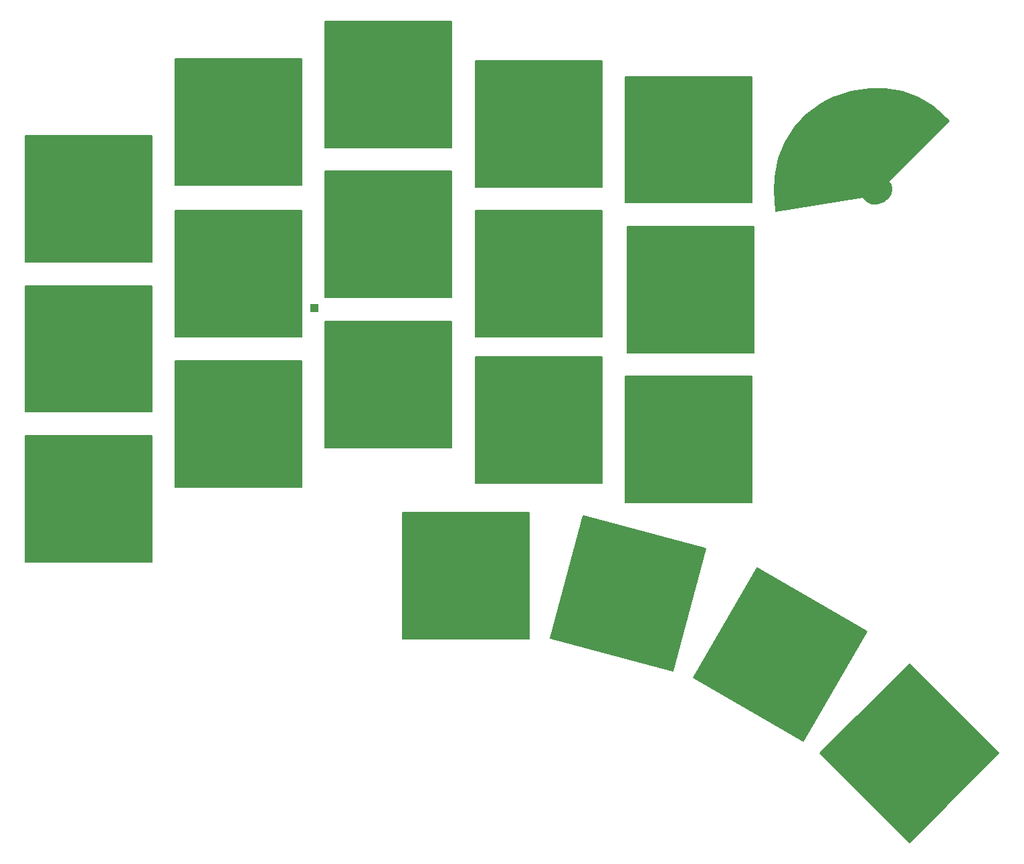
<source format=gbr>
%TF.GenerationSoftware,KiCad,Pcbnew,(5.99.0-10697-g71f40bd67c)*%
%TF.CreationDate,2021-06-16T08:39:25+02:00*%
%TF.ProjectId,switchplate,73776974-6368-4706-9c61-74652e6b6963,rev?*%
%TF.SameCoordinates,Original*%
%TF.FileFunction,Copper,L1,Top*%
%TF.FilePolarity,Positive*%
%FSLAX46Y46*%
G04 Gerber Fmt 4.6, Leading zero omitted, Abs format (unit mm)*
G04 Created by KiCad (PCBNEW (5.99.0-10697-g71f40bd67c)) date 2021-06-16 08:39:25*
%MOMM*%
%LPD*%
G01*
G04 APERTURE LIST*
%TA.AperFunction,NonConductor*%
%ADD10C,0.200000*%
%TD*%
%TA.AperFunction,SMDPad,CuDef*%
%ADD11R,1.000000X1.000000*%
%TD*%
G04 APERTURE END LIST*
D10*
X194928930Y-148071068D02*
X183615225Y-136757357D01*
X183615225Y-136757357D02*
X194928932Y-125443648D01*
X194928932Y-125443648D02*
X206242642Y-136757357D01*
X206242642Y-136757357D02*
X194928930Y-148071068D01*
G36*
X206242642Y-136757357D02*
G01*
X194928930Y-148071068D01*
X183615225Y-136757357D01*
X194928932Y-125443648D01*
X206242642Y-136757357D01*
G37*
X206242642Y-136757357D02*
X194928930Y-148071068D01*
X183615225Y-136757357D01*
X194928932Y-125443648D01*
X206242642Y-136757357D01*
X156000000Y-102500000D02*
X140000000Y-102500000D01*
X140000000Y-102500000D02*
X140000000Y-86500000D01*
X140000000Y-86500000D02*
X156000000Y-86500000D01*
X156000000Y-86500000D02*
X156000000Y-102500000D01*
G36*
X156000000Y-102500000D02*
G01*
X140000000Y-102500000D01*
X140000000Y-86500000D01*
X156000000Y-86500000D01*
X156000000Y-102500000D01*
G37*
X156000000Y-102500000D02*
X140000000Y-102500000D01*
X140000000Y-86500000D01*
X156000000Y-86500000D01*
X156000000Y-102500000D01*
X194053611Y-52944967D02*
X196053611Y-53644967D01*
X196053611Y-53644967D02*
X197953611Y-54744967D01*
X197953611Y-54744967D02*
X199953611Y-56644967D01*
X199953611Y-56644967D02*
X192253611Y-64344967D01*
X192253611Y-64344967D02*
X192553611Y-64644967D01*
X192553611Y-64644967D02*
X192653611Y-65244967D01*
X192653611Y-65244967D02*
X192553611Y-65844967D01*
X192553611Y-65844967D02*
X192253611Y-66344967D01*
X192253611Y-66344967D02*
X191653611Y-66844967D01*
X191653611Y-66844967D02*
X190853611Y-67144967D01*
X190853611Y-67144967D02*
X190153611Y-67144967D01*
X190153611Y-67144967D02*
X189653611Y-66844967D01*
X189653611Y-66844967D02*
X189053611Y-66244967D01*
X189053611Y-66244967D02*
X178053611Y-68044967D01*
X178053611Y-68044967D02*
X177853611Y-65444967D01*
X177853611Y-65444967D02*
X177953611Y-63744967D01*
X177953611Y-63744967D02*
X178353611Y-61344967D01*
X178353611Y-61344967D02*
X179253611Y-59344967D01*
X179253611Y-59344967D02*
X180453611Y-57344967D01*
X180453611Y-57344967D02*
X181853611Y-55844967D01*
X181853611Y-55844967D02*
X183753611Y-54444967D01*
X183753611Y-54444967D02*
X185253611Y-53644967D01*
X185253611Y-53644967D02*
X187553611Y-52944967D01*
X187553611Y-52944967D02*
X189853611Y-52544967D01*
X189853611Y-52544967D02*
X191953611Y-52544967D01*
X191953611Y-52544967D02*
X194053611Y-52944967D01*
G36*
X194053611Y-52944967D02*
G01*
X196053611Y-53644967D01*
X197953611Y-54744967D01*
X199953611Y-56644967D01*
X192253611Y-64344967D01*
X192553611Y-64644967D01*
X192653611Y-65244967D01*
X192553611Y-65844967D01*
X192253611Y-66344967D01*
X191653611Y-66844967D01*
X190853611Y-67144967D01*
X190153611Y-67144967D01*
X189653611Y-66844967D01*
X189053611Y-66244967D01*
X178053611Y-68044967D01*
X177853611Y-65444967D01*
X177953611Y-63744967D01*
X178353611Y-61344967D01*
X179253611Y-59344967D01*
X180453611Y-57344967D01*
X181853611Y-55844967D01*
X183753611Y-54444967D01*
X185253611Y-53644967D01*
X187553611Y-52944967D01*
X189853611Y-52544967D01*
X191953611Y-52544967D01*
X194053611Y-52944967D01*
G37*
X194053611Y-52944967D02*
X196053611Y-53644967D01*
X197953611Y-54744967D01*
X199953611Y-56644967D01*
X192253611Y-64344967D01*
X192553611Y-64644967D01*
X192653611Y-65244967D01*
X192553611Y-65844967D01*
X192253611Y-66344967D01*
X191653611Y-66844967D01*
X190853611Y-67144967D01*
X190153611Y-67144967D01*
X189653611Y-66844967D01*
X189053611Y-66244967D01*
X178053611Y-68044967D01*
X177853611Y-65444967D01*
X177953611Y-63744967D01*
X178353611Y-61344967D01*
X179253611Y-59344967D01*
X180453611Y-57344967D01*
X181853611Y-55844967D01*
X183753611Y-54444967D01*
X185253611Y-53644967D01*
X187553611Y-52944967D01*
X189853611Y-52544967D01*
X191953611Y-52544967D01*
X194053611Y-52944967D01*
X137000000Y-98000000D02*
X121000000Y-98000000D01*
X121000000Y-98000000D02*
X121000000Y-82000000D01*
X121000000Y-82000000D02*
X137000000Y-82000000D01*
X137000000Y-82000000D02*
X137000000Y-98000000D01*
G36*
X137000000Y-98000000D02*
G01*
X121000000Y-98000000D01*
X121000000Y-82000000D01*
X137000000Y-82000000D01*
X137000000Y-98000000D01*
G37*
X137000000Y-98000000D02*
X121000000Y-98000000D01*
X121000000Y-82000000D01*
X137000000Y-82000000D01*
X137000000Y-98000000D01*
X137000000Y-60000000D02*
X121000000Y-60000000D01*
X121000000Y-60000000D02*
X121000000Y-44000000D01*
X121000000Y-44000000D02*
X137000000Y-44000000D01*
X137000000Y-44000000D02*
X137000000Y-60000000D01*
G36*
X137000000Y-60000000D02*
G01*
X121000000Y-60000000D01*
X121000000Y-44000000D01*
X137000000Y-44000000D01*
X137000000Y-60000000D01*
G37*
X137000000Y-60000000D02*
X121000000Y-60000000D01*
X121000000Y-44000000D01*
X137000000Y-44000000D01*
X137000000Y-60000000D01*
X146750000Y-122250000D02*
X130750000Y-122250000D01*
X130750000Y-122250000D02*
X130750000Y-106250000D01*
X130750000Y-106250000D02*
X146750000Y-106250000D01*
X146750000Y-106250000D02*
X146750000Y-122250000D01*
G36*
X146750000Y-122250000D02*
G01*
X130750000Y-122250000D01*
X130750000Y-106250000D01*
X146750000Y-106250000D01*
X146750000Y-122250000D01*
G37*
X146750000Y-122250000D02*
X130750000Y-122250000D01*
X130750000Y-106250000D01*
X146750000Y-106250000D01*
X146750000Y-122250000D01*
X175000000Y-105000000D02*
X159000000Y-105000000D01*
X159000000Y-105000000D02*
X159000000Y-89000000D01*
X159000000Y-89000000D02*
X175000000Y-89000000D01*
X175000000Y-89000000D02*
X175000000Y-105000000D01*
G36*
X175000000Y-105000000D02*
G01*
X159000000Y-105000000D01*
X159000000Y-89000000D01*
X175000000Y-89000000D01*
X175000000Y-105000000D01*
G37*
X175000000Y-105000000D02*
X159000000Y-105000000D01*
X159000000Y-89000000D01*
X175000000Y-89000000D01*
X175000000Y-105000000D01*
X156000000Y-65000000D02*
X140000000Y-65000000D01*
X140000000Y-65000000D02*
X140000000Y-49000000D01*
X140000000Y-49000000D02*
X156000000Y-49000000D01*
X156000000Y-49000000D02*
X156000000Y-65000000D01*
G36*
X156000000Y-65000000D02*
G01*
X140000000Y-65000000D01*
X140000000Y-49000000D01*
X156000000Y-49000000D01*
X156000000Y-65000000D01*
G37*
X156000000Y-65000000D02*
X140000000Y-65000000D01*
X140000000Y-49000000D01*
X156000000Y-49000000D01*
X156000000Y-65000000D01*
X175250000Y-86000000D02*
X159250000Y-86000000D01*
X159250000Y-86000000D02*
X159250000Y-70000000D01*
X159250000Y-70000000D02*
X175250000Y-70000000D01*
X175250000Y-70000000D02*
X175250000Y-86000000D01*
G36*
X175250000Y-86000000D02*
G01*
X159250000Y-86000000D01*
X159250000Y-70000000D01*
X175250000Y-70000000D01*
X175250000Y-86000000D01*
G37*
X175250000Y-86000000D02*
X159250000Y-86000000D01*
X159250000Y-70000000D01*
X175250000Y-70000000D01*
X175250000Y-86000000D01*
X118000000Y-103000000D02*
X102000000Y-103000000D01*
X102000000Y-103000000D02*
X102000000Y-87000000D01*
X102000000Y-87000000D02*
X118000000Y-87000000D01*
X118000000Y-87000000D02*
X118000000Y-103000000D01*
G36*
X118000000Y-103000000D02*
G01*
X102000000Y-103000000D01*
X102000000Y-87000000D01*
X118000000Y-87000000D01*
X118000000Y-103000000D01*
G37*
X118000000Y-103000000D02*
X102000000Y-103000000D01*
X102000000Y-87000000D01*
X118000000Y-87000000D01*
X118000000Y-103000000D01*
X137000000Y-79000000D02*
X121000000Y-79000000D01*
X121000000Y-79000000D02*
X121000000Y-63000000D01*
X121000000Y-63000000D02*
X137000000Y-63000000D01*
X137000000Y-63000000D02*
X137000000Y-79000000D01*
G36*
X137000000Y-79000000D02*
G01*
X121000000Y-79000000D01*
X121000000Y-63000000D01*
X137000000Y-63000000D01*
X137000000Y-79000000D01*
G37*
X137000000Y-79000000D02*
X121000000Y-79000000D01*
X121000000Y-63000000D01*
X137000000Y-63000000D01*
X137000000Y-79000000D01*
X175000000Y-67000000D02*
X159000000Y-67000000D01*
X159000000Y-67000000D02*
X159000000Y-51000000D01*
X159000000Y-51000000D02*
X175000000Y-51000000D01*
X175000000Y-51000000D02*
X175000000Y-67000000D01*
G36*
X175000000Y-67000000D02*
G01*
X159000000Y-67000000D01*
X159000000Y-51000000D01*
X175000000Y-51000000D01*
X175000000Y-67000000D01*
G37*
X175000000Y-67000000D02*
X159000000Y-67000000D01*
X159000000Y-51000000D01*
X175000000Y-51000000D01*
X175000000Y-67000000D01*
X99000000Y-74500000D02*
X83000000Y-74500000D01*
X83000000Y-74500000D02*
X83000000Y-58500000D01*
X83000000Y-58500000D02*
X99000000Y-58500000D01*
X99000000Y-58500000D02*
X99000000Y-74500000D01*
G36*
X99000000Y-74500000D02*
G01*
X83000000Y-74500000D01*
X83000000Y-58500000D01*
X99000000Y-58500000D01*
X99000000Y-74500000D01*
G37*
X99000000Y-74500000D02*
X83000000Y-74500000D01*
X83000000Y-58500000D01*
X99000000Y-58500000D01*
X99000000Y-74500000D01*
X181499999Y-135160255D02*
X167643595Y-127160253D01*
X167643595Y-127160253D02*
X175643592Y-113303845D01*
X175643592Y-113303845D02*
X189499999Y-121303845D01*
X189499999Y-121303845D02*
X181499999Y-135160255D01*
G36*
X189499999Y-121303845D02*
G01*
X181499999Y-135160255D01*
X167643595Y-127160253D01*
X175643592Y-113303845D01*
X189499999Y-121303845D01*
G37*
X189499999Y-121303845D02*
X181499999Y-135160255D01*
X167643595Y-127160253D01*
X175643592Y-113303845D01*
X189499999Y-121303845D01*
X118000000Y-84000000D02*
X102000000Y-84000000D01*
X102000000Y-84000000D02*
X102000000Y-68000000D01*
X102000000Y-68000000D02*
X118000000Y-68000000D01*
X118000000Y-68000000D02*
X118000000Y-84000000D01*
G36*
X118000000Y-84000000D02*
G01*
X102000000Y-84000000D01*
X102000000Y-68000000D01*
X118000000Y-68000000D01*
X118000000Y-84000000D01*
G37*
X118000000Y-84000000D02*
X102000000Y-84000000D01*
X102000000Y-68000000D01*
X118000000Y-68000000D01*
X118000000Y-84000000D01*
X118000000Y-64750000D02*
X102000000Y-64750000D01*
X102000000Y-64750000D02*
X102000000Y-48750000D01*
X102000000Y-48750000D02*
X118000000Y-48750000D01*
X118000000Y-48750000D02*
X118000000Y-64750000D01*
G36*
X118000000Y-64750000D02*
G01*
X102000000Y-64750000D01*
X102000000Y-48750000D01*
X118000000Y-48750000D01*
X118000000Y-64750000D01*
G37*
X118000000Y-64750000D02*
X102000000Y-64750000D01*
X102000000Y-48750000D01*
X118000000Y-48750000D01*
X118000000Y-64750000D01*
X164984226Y-126272972D02*
X149529414Y-122131867D01*
X149529414Y-122131867D02*
X153670517Y-106677052D01*
X153670517Y-106677052D02*
X169125331Y-110818155D01*
X169125331Y-110818155D02*
X164984226Y-126272972D01*
G36*
X169125331Y-110818155D02*
G01*
X164984226Y-126272972D01*
X149529414Y-122131867D01*
X153670517Y-106677052D01*
X169125331Y-110818155D01*
G37*
X169125331Y-110818155D02*
X164984226Y-126272972D01*
X149529414Y-122131867D01*
X153670517Y-106677052D01*
X169125331Y-110818155D01*
X156000000Y-84000000D02*
X140000000Y-84000000D01*
X140000000Y-84000000D02*
X140000000Y-68000000D01*
X140000000Y-68000000D02*
X156000000Y-68000000D01*
X156000000Y-68000000D02*
X156000000Y-84000000D01*
G36*
X156000000Y-84000000D02*
G01*
X140000000Y-84000000D01*
X140000000Y-68000000D01*
X156000000Y-68000000D01*
X156000000Y-84000000D01*
G37*
X156000000Y-84000000D02*
X140000000Y-84000000D01*
X140000000Y-68000000D01*
X156000000Y-68000000D01*
X156000000Y-84000000D01*
X99000000Y-112500000D02*
X83000000Y-112500000D01*
X83000000Y-112500000D02*
X83000000Y-96500000D01*
X83000000Y-96500000D02*
X99000000Y-96500000D01*
X99000000Y-96500000D02*
X99000000Y-112500000D01*
G36*
X99000000Y-112500000D02*
G01*
X83000000Y-112500000D01*
X83000000Y-96500000D01*
X99000000Y-96500000D01*
X99000000Y-112500000D01*
G37*
X99000000Y-112500000D02*
X83000000Y-112500000D01*
X83000000Y-96500000D01*
X99000000Y-96500000D01*
X99000000Y-112500000D01*
X99000000Y-93500000D02*
X83000000Y-93500000D01*
X83000000Y-93500000D02*
X83000000Y-77500000D01*
X83000000Y-77500000D02*
X99000000Y-77500000D01*
X99000000Y-77500000D02*
X99000000Y-93500000D01*
G36*
X99000000Y-93500000D02*
G01*
X83000000Y-93500000D01*
X83000000Y-77500000D01*
X99000000Y-77500000D01*
X99000000Y-93500000D01*
G37*
X99000000Y-93500000D02*
X83000000Y-93500000D01*
X83000000Y-77500000D01*
X99000000Y-77500000D01*
X99000000Y-93500000D01*
D11*
%TO.P,e,1,1*%
%TO.N,unconnected-(TP1-Pad1)*%
X119600000Y-80340000D03*
%TD*%
M02*

</source>
